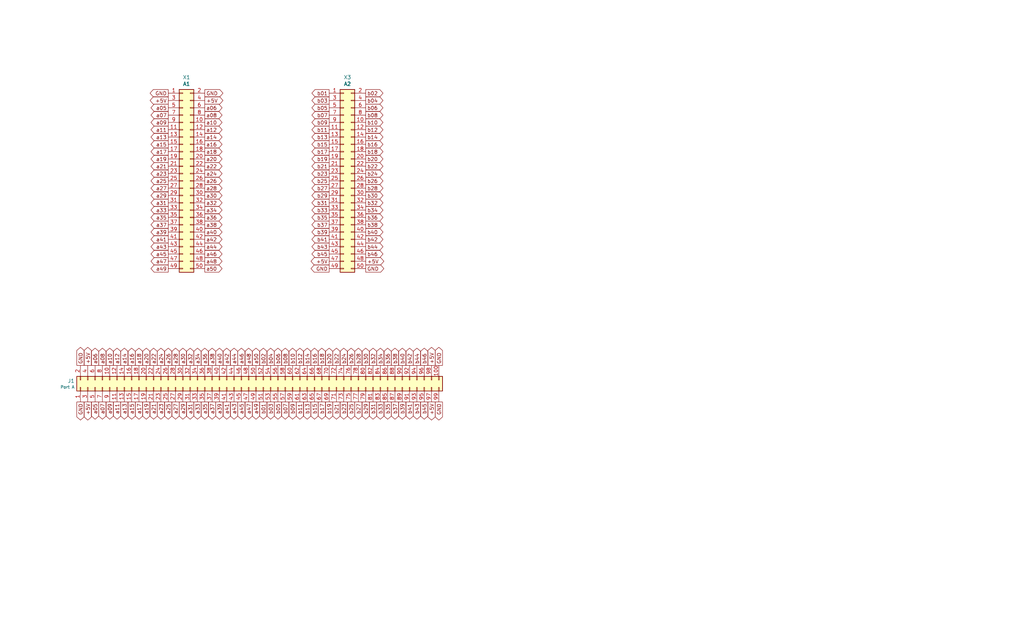
<source format=kicad_sch>
(kicad_sch (version 20230121) (generator eeschema)
  (paper "USLegal")
  (title_block (title "Backplane Tester Multiplexer Board") (rev "0.1"))
  (lib_symbols
    (symbol "Connector_Generic:Conn_02x25_Odd_Even" (pin_names (offset 1.016) hide)
      (property "Reference" "J" (at 1.27 33.02 0))
      (property "Value" "Conn_02x25_Odd_Even" (at 1.27 -33.02 0))
      (symbol "Conn_02x25_Odd_Even_1_1"
        (rectangle (start -1.27 -30.353) (end 0 -30.607) (stroke (width 0.1524)))
        (rectangle (start -1.27 -27.813) (end 0 -28.067) (stroke (width 0.1524)))
        (rectangle (start -1.27 -25.273) (end 0 -25.527) (stroke (width 0.1524)))
        (rectangle (start -1.27 -22.733) (end 0 -22.987) (stroke (width 0.1524)))
        (rectangle (start -1.27 -20.193) (end 0 -20.447) (stroke (width 0.1524)))
        (rectangle (start -1.27 -17.653) (end 0 -17.907) (stroke (width 0.1524)))
        (rectangle (start -1.27 -15.113) (end 0 -15.367) (stroke (width 0.1524)))
        (rectangle (start -1.27 -12.573) (end 0 -12.827) (stroke (width 0.1524)))
        (rectangle (start -1.27 -10.033) (end 0 -10.287) (stroke (width 0.1524)))
        (rectangle (start -1.27 -7.493) (end 0 -7.747) (stroke (width 0.1524)))
        (rectangle (start -1.27 -4.953) (end 0 -5.207) (stroke (width 0.1524)))
        (rectangle (start -1.27 -2.413) (end 0 -2.667) (stroke (width 0.1524)))
        (rectangle (start -1.27 0.127) (end 0 -0.127) (stroke (width 0.1524)))
        (rectangle (start -1.27 2.667) (end 0 2.413) (stroke (width 0.1524)))
        (rectangle (start -1.27 5.207) (end 0 4.953) (stroke (width 0.1524)))
        (rectangle (start -1.27 7.747) (end 0 7.493) (stroke (width 0.1524)))
        (rectangle (start -1.27 10.287) (end 0 10.033) (stroke (width 0.1524)))
        (rectangle (start -1.27 12.827) (end 0 12.573) (stroke (width 0.1524)))
        (rectangle (start -1.27 15.367) (end 0 15.113) (stroke (width 0.1524)))
        (rectangle (start -1.27 17.907) (end 0 17.653) (stroke (width 0.1524)))
        (rectangle (start -1.27 20.447) (end 0 20.193) (stroke (width 0.1524)))
        (rectangle (start -1.27 22.987) (end 0 22.733) (stroke (width 0.1524)))
        (rectangle (start -1.27 25.527) (end 0 25.273) (stroke (width 0.1524)))
        (rectangle (start -1.27 28.067) (end 0 27.813) (stroke (width 0.1524)))
        (rectangle (start -1.27 30.607) (end 0 30.353) (stroke (width 0.1524)))
        (rectangle (start -1.27 31.75) (end 3.81 -31.75) (stroke (width 0.254)) (fill (type background)))
        (rectangle (start 3.81 -30.353) (end 2.54 -30.607) (stroke (width 0.1524)))
        (rectangle (start 3.81 -27.813) (end 2.54 -28.067) (stroke (width 0.1524)))
        (rectangle (start 3.81 -25.273) (end 2.54 -25.527) (stroke (width 0.1524)))
        (rectangle (start 3.81 -22.733) (end 2.54 -22.987) (stroke (width 0.1524)))
        (rectangle (start 3.81 -20.193) (end 2.54 -20.447) (stroke (width 0.1524)))
        (rectangle (start 3.81 -17.653) (end 2.54 -17.907) (stroke (width 0.1524)))
        (rectangle (start 3.81 -15.113) (end 2.54 -15.367) (stroke (width 0.1524)))
        (rectangle (start 3.81 -12.573) (end 2.54 -12.827) (stroke (width 0.1524)))
        (rectangle (start 3.81 -10.033) (end 2.54 -10.287) (stroke (width 0.1524)))
        (rectangle (start 3.81 -7.493) (end 2.54 -7.747) (stroke (width 0.1524)))
        (rectangle (start 3.81 -4.953) (end 2.54 -5.207) (stroke (width 0.1524)))
        (rectangle (start 3.81 -2.413) (end 2.54 -2.667) (stroke (width 0.1524)))
        (rectangle (start 3.81 0.127) (end 2.54 -0.127) (stroke (width 0.1524)))
        (rectangle (start 3.81 2.667) (end 2.54 2.413) (stroke (width 0.1524)))
        (rectangle (start 3.81 5.207) (end 2.54 4.953) (stroke (width 0.1524)))
        (rectangle (start 3.81 7.747) (end 2.54 7.493) (stroke (width 0.1524)))
        (rectangle (start 3.81 10.287) (end 2.54 10.033) (stroke (width 0.1524)))
        (rectangle (start 3.81 12.827) (end 2.54 12.573) (stroke (width 0.1524)))
        (rectangle (start 3.81 15.367) (end 2.54 15.113) (stroke (width 0.1524)))
        (rectangle (start 3.81 17.907) (end 2.54 17.653) (stroke (width 0.1524)))
        (rectangle (start 3.81 20.447) (end 2.54 20.193) (stroke (width 0.1524)))
        (rectangle (start 3.81 22.987) (end 2.54 22.733) (stroke (width 0.1524)))
        (rectangle (start 3.81 25.527) (end 2.54 25.273) (stroke (width 0.1524)))
        (rectangle (start 3.81 28.067) (end 2.54 27.813) (stroke (width 0.1524)))
        (rectangle (start 3.81 30.607) (end 2.54 30.353) (stroke (width 0.1524)))
        (pin passive line (at -5.08 30.48 0) (length 3.81) (name "Pin_1") (number "1"))
        (pin passive line (at 7.62 20.32 180) (length 3.81) (name "Pin_10") (number "10"))
        (pin passive line (at -5.08 17.78 0) (length 3.81) (name "Pin_11") (number "11"))
        (pin passive line (at 7.62 17.78 180) (length 3.81) (name "Pin_12") (number "12"))
        (pin passive line (at -5.08 15.24 0) (length 3.81) (name "Pin_13") (number "13"))
        (pin passive line (at 7.62 15.24 180) (length 3.81) (name "Pin_14") (number "14"))
        (pin passive line (at -5.08 12.7 0) (length 3.81) (name "Pin_15") (number "15"))
        (pin passive line (at 7.62 12.7 180) (length 3.81) (name "Pin_16") (number "16"))
        (pin passive line (at -5.08 10.16 0) (length 3.81) (name "Pin_17") (number "17"))
        (pin passive line (at 7.62 10.16 180) (length 3.81) (name "Pin_18") (number "18"))
        (pin passive line (at -5.08 7.62 0) (length 3.81) (name "Pin_19") (number "19"))
        (pin passive line (at 7.62 30.48 180) (length 3.81) (name "Pin_2") (number "2"))
        (pin passive line (at 7.62 7.62 180) (length 3.81) (name "Pin_20") (number "20"))
        (pin passive line (at -5.08 5.08 0) (length 3.81) (name "Pin_21") (number "21"))
        (pin passive line (at 7.62 5.08 180) (length 3.81) (name "Pin_22") (number "22"))
        (pin passive line (at -5.08 2.54 0) (length 3.81) (name "Pin_23") (number "23"))
        (pin passive line (at 7.62 2.54 180) (length 3.81) (name "Pin_24") (number "24"))
        (pin passive line (at -5.08 0 0) (length 3.81) (name "Pin_25") (number "25"))
        (pin passive line (at 7.62 0 180) (length 3.81) (name "Pin_26") (number "26"))
        (pin passive line (at -5.08 -2.54 0) (length 3.81) (name "Pin_27") (number "27"))
        (pin passive line (at 7.62 -2.54 180) (length 3.81) (name "Pin_28") (number "28"))
        (pin passive line (at -5.08 -5.08 0) (length 3.81) (name "Pin_29") (number "29"))
        (pin passive line (at -5.08 27.94 0) (length 3.81) (name "Pin_3") (number "3"))
        (pin passive line (at 7.62 -5.08 180) (length 3.81) (name "Pin_30") (number "30"))
        (pin passive line (at -5.08 -7.62 0) (length 3.81) (name "Pin_31") (number "31"))
        (pin passive line (at 7.62 -7.62 180) (length 3.81) (name "Pin_32") (number "32"))
        (pin passive line (at -5.08 -10.16 0) (length 3.81) (name "Pin_33") (number "33"))
        (pin passive line (at 7.62 -10.16 180) (length 3.81) (name "Pin_34") (number "34"))
        (pin passive line (at -5.08 -12.7 0) (length 3.81) (name "Pin_35") (number "35"))
        (pin passive line (at 7.62 -12.7 180) (length 3.81) (name "Pin_36") (number "36"))
        (pin passive line (at -5.08 -15.24 0) (length 3.81) (name "Pin_37") (number "37"))
        (pin passive line (at 7.62 -15.24 180) (length 3.81) (name "Pin_38") (number "38"))
        (pin passive line (at -5.08 -17.78 0) (length 3.81) (name "Pin_39") (number "39"))
        (pin passive line (at 7.62 27.94 180) (length 3.81) (name "Pin_4") (number "4"))
        (pin passive line (at 7.62 -17.78 180) (length 3.81) (name "Pin_40") (number "40"))
        (pin passive line (at -5.08 -20.32 0) (length 3.81) (name "Pin_41") (number "41"))
        (pin passive line (at 7.62 -20.32 180) (length 3.81) (name "Pin_42") (number "42"))
        (pin passive line (at -5.08 -22.86 0) (length 3.81) (name "Pin_43") (number "43"))
        (pin passive line (at 7.62 -22.86 180) (length 3.81) (name "Pin_44") (number "44"))
        (pin passive line (at -5.08 -25.4 0) (length 3.81) (name "Pin_45") (number "45"))
        (pin passive line (at 7.62 -25.4 180) (length 3.81) (name "Pin_46") (number "46"))
        (pin passive line (at -5.08 -27.94 0) (length 3.81) (name "Pin_47") (number "47"))
        (pin passive line (at 7.62 -27.94 180) (length 3.81) (name "Pin_48") (number "48"))
        (pin passive line (at -5.08 -30.48 0) (length 3.81) (name "Pin_49") (number "49"))
        (pin passive line (at -5.08 25.4 0) (length 3.81) (name "Pin_5") (number "5"))
        (pin passive line (at 7.62 -30.48 180) (length 3.81) (name "Pin_50") (number "50"))
        (pin passive line (at 7.62 25.4 180) (length 3.81) (name "Pin_6") (number "6"))
        (pin passive line (at -5.08 22.86 0) (length 3.81) (name "Pin_7") (number "7"))
        (pin passive line (at 7.62 22.86 180) (length 3.81) (name "Pin_8") (number "8"))
        (pin passive line (at -5.08 20.32 0) (length 3.81) (name "Pin_9") (number "9"))
      )
    )
    (symbol "_local:Slot_02x50_Odd_Even" (pin_names (offset 1.016) hide)
      (property "Reference" "J" (at 1.27 63.5 0))
      (property "Value" "Slot_02x50_Odd_Even" (at 0 -66.04 0))
      (symbol "Slot_02x50_Odd_Even_1_1"
        (rectangle (start -1.27 -63.373) (end 0 -63.627) (stroke (width 0.1524)))
        (rectangle (start -1.27 -60.833) (end 0 -61.087) (stroke (width 0.1524)))
        (rectangle (start -1.27 -58.293) (end 0 -58.547) (stroke (width 0.1524)))
        (rectangle (start -1.27 -55.753) (end 0 -56.007) (stroke (width 0.1524)))
        (rectangle (start -1.27 -53.213) (end 0 -53.467) (stroke (width 0.1524)))
        (rectangle (start -1.27 -50.673) (end 0 -50.927) (stroke (width 0.1524)))
        (rectangle (start -1.27 -48.133) (end 0 -48.387) (stroke (width 0.1524)))
        (rectangle (start -1.27 -45.593) (end 0 -45.847) (stroke (width 0.1524)))
        (rectangle (start -1.27 -43.053) (end 0 -43.307) (stroke (width 0.1524)))
        (rectangle (start -1.27 -40.513) (end 0 -40.767) (stroke (width 0.1524)))
        (rectangle (start -1.27 -37.973) (end 0 -38.227) (stroke (width 0.1524)))
        (rectangle (start -1.27 -35.433) (end 0 -35.687) (stroke (width 0.1524)))
        (rectangle (start -1.27 -32.893) (end 0 -33.147) (stroke (width 0.1524)))
        (rectangle (start -1.27 -30.353) (end 0 -30.607) (stroke (width 0.1524)))
        (rectangle (start -1.27 -27.813) (end 0 -28.067) (stroke (width 0.1524)))
        (rectangle (start -1.27 -25.273) (end 0 -25.527) (stroke (width 0.1524)))
        (rectangle (start -1.27 -22.733) (end 0 -22.987) (stroke (width 0.1524)))
        (rectangle (start -1.27 -20.193) (end 0 -20.447) (stroke (width 0.1524)))
        (rectangle (start -1.27 -17.653) (end 0 -17.907) (stroke (width 0.1524)))
        (rectangle (start -1.27 -15.113) (end 0 -15.367) (stroke (width 0.1524)))
        (rectangle (start -1.27 -12.573) (end 0 -12.827) (stroke (width 0.1524)))
        (rectangle (start -1.27 -10.033) (end 0 -10.287) (stroke (width 0.1524)))
        (rectangle (start -1.27 -7.493) (end 0 -7.747) (stroke (width 0.1524)))
        (rectangle (start -1.27 -4.953) (end 0 -5.207) (stroke (width 0.1524)))
        (rectangle (start -1.27 -2.413) (end 0 -2.667) (stroke (width 0.1524)))
        (rectangle (start -1.27 0.127) (end 0 -0.127) (stroke (width 0.1524)))
        (rectangle (start -1.27 2.667) (end 0 2.413) (stroke (width 0.1524)))
        (rectangle (start -1.27 5.207) (end 0 4.953) (stroke (width 0.1524)))
        (rectangle (start -1.27 7.747) (end 0 7.493) (stroke (width 0.1524)))
        (rectangle (start -1.27 10.287) (end 0 10.033) (stroke (width 0.1524)))
        (rectangle (start -1.27 12.827) (end 0 12.573) (stroke (width 0.1524)))
        (rectangle (start -1.27 15.367) (end 0 15.113) (stroke (width 0.1524)))
        (rectangle (start -1.27 17.907) (end 0 17.653) (stroke (width 0.1524)))
        (rectangle (start -1.27 20.447) (end 0 20.193) (stroke (width 0.1524)))
        (rectangle (start -1.27 22.987) (end 0 22.733) (stroke (width 0.1524)))
        (rectangle (start -1.27 25.527) (end 0 25.273) (stroke (width 0.1524)))
        (rectangle (start -1.27 28.067) (end 0 27.813) (stroke (width 0.1524)))
        (rectangle (start -1.27 30.607) (end 0 30.353) (stroke (width 0.1524)))
        (rectangle (start -1.27 33.147) (end 0 32.893) (stroke (width 0.1524)))
        (rectangle (start -1.27 35.687) (end 0 35.433) (stroke (width 0.1524)))
        (rectangle (start -1.27 38.227) (end 0 37.973) (stroke (width 0.1524)))
        (rectangle (start -1.27 40.767) (end 0 40.513) (stroke (width 0.1524)))
        (rectangle (start -1.27 43.307) (end 0 43.053) (stroke (width 0.1524)))
        (rectangle (start -1.27 45.847) (end 0 45.593) (stroke (width 0.1524)))
        (rectangle (start -1.27 48.387) (end 0 48.133) (stroke (width 0.1524)))
        (rectangle (start -1.27 50.927) (end 0 50.673) (stroke (width 0.1524)))
        (rectangle (start -1.27 53.467) (end 0 53.213) (stroke (width 0.1524)))
        (rectangle (start -1.27 56.007) (end 0 55.753) (stroke (width 0.1524)))
        (rectangle (start -1.27 58.547) (end 0 58.293) (stroke (width 0.1524)))
        (rectangle (start -1.27 61.087) (end 0 60.833) (stroke (width 0.1524)))
        (rectangle (start -1.27 62.23) (end 3.81 -64.77) (stroke (width 0.254)) (fill (type background)))
        (rectangle (start 3.81 -63.373) (end 2.54 -63.627) (stroke (width 0.1524)))
        (rectangle (start 3.81 -60.833) (end 2.54 -61.087) (stroke (width 0.1524)))
        (rectangle (start 3.81 -58.293) (end 2.54 -58.547) (stroke (width 0.1524)))
        (rectangle (start 3.81 -55.753) (end 2.54 -56.007) (stroke (width 0.1524)))
        (rectangle (start 3.81 -53.213) (end 2.54 -53.467) (stroke (width 0.1524)))
        (rectangle (start 3.81 -50.673) (end 2.54 -50.927) (stroke (width 0.1524)))
        (rectangle (start 3.81 -48.133) (end 2.54 -48.387) (stroke (width 0.1524)))
        (rectangle (start 3.81 -45.593) (end 2.54 -45.847) (stroke (width 0.1524)))
        (rectangle (start 3.81 -43.053) (end 2.54 -43.307) (stroke (width 0.1524)))
        (rectangle (start 3.81 -40.513) (end 2.54 -40.767) (stroke (width 0.1524)))
        (rectangle (start 3.81 -37.973) (end 2.54 -38.227) (stroke (width 0.1524)))
        (rectangle (start 3.81 -35.433) (end 2.54 -35.687) (stroke (width 0.1524)))
        (rectangle (start 3.81 -32.893) (end 2.54 -33.147) (stroke (width 0.1524)))
        (rectangle (start 3.81 -30.353) (end 2.54 -30.607) (stroke (width 0.1524)))
        (rectangle (start 3.81 -27.813) (end 2.54 -28.067) (stroke (width 0.1524)))
        (rectangle (start 3.81 -25.273) (end 2.54 -25.527) (stroke (width 0.1524)))
        (rectangle (start 3.81 -22.733) (end 2.54 -22.987) (stroke (width 0.1524)))
        (rectangle (start 3.81 -20.193) (end 2.54 -20.447) (stroke (width 0.1524)))
        (rectangle (start 3.81 -17.653) (end 2.54 -17.907) (stroke (width 0.1524)))
        (rectangle (start 3.81 -15.113) (end 2.54 -15.367) (stroke (width 0.1524)))
        (rectangle (start 3.81 -12.573) (end 2.54 -12.827) (stroke (width 0.1524)))
        (rectangle (start 3.81 -10.033) (end 2.54 -10.287) (stroke (width 0.1524)))
        (rectangle (start 3.81 -7.493) (end 2.54 -7.747) (stroke (width 0.1524)))
        (rectangle (start 3.81 -4.953) (end 2.54 -5.207) (stroke (width 0.1524)))
        (rectangle (start 3.81 -2.413) (end 2.54 -2.667) (stroke (width 0.1524)))
        (rectangle (start 3.81 0.127) (end 2.54 -0.127) (stroke (width 0.1524)))
        (rectangle (start 3.81 2.667) (end 2.54 2.413) (stroke (width 0.1524)))
        (rectangle (start 3.81 5.207) (end 2.54 4.953) (stroke (width 0.1524)))
        (rectangle (start 3.81 7.747) (end 2.54 7.493) (stroke (width 0.1524)))
        (rectangle (start 3.81 10.287) (end 2.54 10.033) (stroke (width 0.1524)))
        (rectangle (start 3.81 12.827) (end 2.54 12.573) (stroke (width 0.1524)))
        (rectangle (start 3.81 15.367) (end 2.54 15.113) (stroke (width 0.1524)))
        (rectangle (start 3.81 17.907) (end 2.54 17.653) (stroke (width 0.1524)))
        (rectangle (start 3.81 20.447) (end 2.54 20.193) (stroke (width 0.1524)))
        (rectangle (start 3.81 22.987) (end 2.54 22.733) (stroke (width 0.1524)))
        (rectangle (start 3.81 25.527) (end 2.54 25.273) (stroke (width 0.1524)))
        (rectangle (start 3.81 28.067) (end 2.54 27.813) (stroke (width 0.1524)))
        (rectangle (start 3.81 30.607) (end 2.54 30.353) (stroke (width 0.1524)))
        (rectangle (start 3.81 33.147) (end 2.54 32.893) (stroke (width 0.1524)))
        (rectangle (start 3.81 35.687) (end 2.54 35.433) (stroke (width 0.1524)))
        (rectangle (start 3.81 38.227) (end 2.54 37.973) (stroke (width 0.1524)))
        (rectangle (start 3.81 40.767) (end 2.54 40.513) (stroke (width 0.1524)))
        (rectangle (start 3.81 43.307) (end 2.54 43.053) (stroke (width 0.1524)))
        (rectangle (start 3.81 45.847) (end 2.54 45.593) (stroke (width 0.1524)))
        (rectangle (start 3.81 48.387) (end 2.54 48.133) (stroke (width 0.1524)))
        (rectangle (start 3.81 50.927) (end 2.54 50.673) (stroke (width 0.1524)))
        (rectangle (start 3.81 53.467) (end 2.54 53.213) (stroke (width 0.1524)))
        (rectangle (start 3.81 56.007) (end 2.54 55.753) (stroke (width 0.1524)))
        (rectangle (start 3.81 58.547) (end 2.54 58.293) (stroke (width 0.1524)))
        (rectangle (start 3.81 61.087) (end 2.54 60.833) (stroke (width 0.1524)))
        (pin passive line (at -5.08 60.96 0) (length 3.81) (name "Pin_1") (number "1"))
        (pin passive line (at 7.62 50.8 180) (length 3.81) (name "Pin_10") (number "10"))
        (pin passive line (at 7.62 -63.5 180) (length 3.81) (name "Pin_100") (number "100"))
        (pin passive line (at -5.08 48.26 0) (length 3.81) (name "Pin_11") (number "11"))
        (pin passive line (at 7.62 48.26 180) (length 3.81) (name "Pin_12") (number "12"))
        (pin passive line (at -5.08 45.72 0) (length 3.81) (name "Pin_13") (number "13"))
        (pin passive line (at 7.62 45.72 180) (length 3.81) (name "Pin_14") (number "14"))
        (pin passive line (at -5.08 43.18 0) (length 3.81) (name "Pin_15") (number "15"))
        (pin passive line (at 7.62 43.18 180) (length 3.81) (name "Pin_16") (number "16"))
        (pin passive line (at -5.08 40.64 0) (length 3.81) (name "Pin_17") (number "17"))
        (pin passive line (at 7.62 40.64 180) (length 3.81) (name "Pin_18") (number "18"))
        (pin passive line (at -5.08 38.1 0) (length 3.81) (name "Pin_19") (number "19"))
        (pin passive line (at 7.62 60.96 180) (length 3.81) (name "Pin_2") (number "2"))
        (pin passive line (at 7.62 38.1 180) (length 3.81) (name "Pin_20") (number "20"))
        (pin passive line (at -5.08 35.56 0) (length 3.81) (name "Pin_21") (number "21"))
        (pin passive line (at 7.62 35.56 180) (length 3.81) (name "Pin_22") (number "22"))
        (pin passive line (at -5.08 33.02 0) (length 3.81) (name "Pin_23") (number "23"))
        (pin passive line (at 7.62 33.02 180) (length 3.81) (name "Pin_24") (number "24"))
        (pin passive line (at -5.08 30.48 0) (length 3.81) (name "Pin_25") (number "25"))
        (pin passive line (at 7.62 30.48 180) (length 3.81) (name "Pin_26") (number "26"))
        (pin passive line (at -5.08 27.94 0) (length 3.81) (name "Pin_27") (number "27"))
        (pin passive line (at 7.62 27.94 180) (length 3.81) (name "Pin_28") (number "28"))
        (pin passive line (at -5.08 25.4 0) (length 3.81) (name "Pin_29") (number "29"))
        (pin passive line (at -5.08 58.42 0) (length 3.81) (name "Pin_3") (number "3"))
        (pin passive line (at 7.62 25.4 180) (length 3.81) (name "Pin_30") (number "30"))
        (pin passive line (at -5.08 22.86 0) (length 3.81) (name "Pin_31") (number "31"))
        (pin passive line (at 7.62 22.86 180) (length 3.81) (name "Pin_32") (number "32"))
        (pin passive line (at -5.08 20.32 0) (length 3.81) (name "Pin_33") (number "33"))
        (pin passive line (at 7.62 20.32 180) (length 3.81) (name "Pin_34") (number "34"))
        (pin passive line (at -5.08 17.78 0) (length 3.81) (name "Pin_35") (number "35"))
        (pin passive line (at 7.62 17.78 180) (length 3.81) (name "Pin_36") (number "36"))
        (pin passive line (at -5.08 15.24 0) (length 3.81) (name "Pin_37") (number "37"))
        (pin passive line (at 7.62 15.24 180) (length 3.81) (name "Pin_38") (number "38"))
        (pin passive line (at -5.08 12.7 0) (length 3.81) (name "Pin_39") (number "39"))
        (pin passive line (at 7.62 58.42 180) (length 3.81) (name "Pin_4") (number "4"))
        (pin passive line (at 7.62 12.7 180) (length 3.81) (name "Pin_40") (number "40"))
        (pin passive line (at -5.08 10.16 0) (length 3.81) (name "Pin_41") (number "41"))
        (pin passive line (at 7.62 10.16 180) (length 3.81) (name "Pin_42") (number "42"))
        (pin passive line (at -5.08 7.62 0) (length 3.81) (name "Pin_43") (number "43"))
        (pin passive line (at 7.62 7.62 180) (length 3.81) (name "Pin_44") (number "44"))
        (pin passive line (at -5.08 5.08 0) (length 3.81) (name "Pin_45") (number "45"))
        (pin passive line (at 7.62 5.08 180) (length 3.81) (name "Pin_46") (number "46"))
        (pin passive line (at -5.08 2.54 0) (length 3.81) (name "Pin_47") (number "47"))
        (pin passive line (at 7.62 2.54 180) (length 3.81) (name "Pin_48") (number "48"))
        (pin passive line (at -5.08 0 0) (length 3.81) (name "Pin_49") (number "49"))
        (pin passive line (at -5.08 55.88 0) (length 3.81) (name "Pin_5") (number "5"))
        (pin passive line (at 7.62 0 180) (length 3.81) (name "Pin_50") (number "50"))
        (pin passive line (at -5.08 -2.54 0) (length 3.81) (name "Pin_51") (number "51"))
        (pin passive line (at 7.62 -2.54 180) (length 3.81) (name "Pin_52") (number "52"))
        (pin passive line (at -5.08 -5.08 0) (length 3.81) (name "Pin_53") (number "53"))
        (pin passive line (at 7.62 -5.08 180) (length 3.81) (name "Pin_54") (number "54"))
        (pin passive line (at -5.08 -7.62 0) (length 3.81) (name "Pin_55") (number "55"))
        (pin passive line (at 7.62 -7.62 180) (length 3.81) (name "Pin_56") (number "56"))
        (pin passive line (at -5.08 -10.16 0) (length 3.81) (name "Pin_57") (number "57"))
        (pin passive line (at 7.62 -10.16 180) (length 3.81) (name "Pin_58") (number "58"))
        (pin passive line (at -5.08 -12.7 0) (length 3.81) (name "Pin_59") (number "59"))
        (pin passive line (at 7.62 55.88 180) (length 3.81) (name "Pin_6") (number "6"))
        (pin passive line (at 7.62 -12.7 180) (length 3.81) (name "Pin_60") (number "60"))
        (pin passive line (at -5.08 -15.24 0) (length 3.81) (name "Pin_61") (number "61"))
        (pin passive line (at 7.62 -15.24 180) (length 3.81) (name "Pin_62") (number "62"))
        (pin passive line (at -5.08 -17.78 0) (length 3.81) (name "Pin_63") (number "63"))
        (pin passive line (at 7.62 -17.78 180) (length 3.81) (name "Pin_64") (number "64"))
        (pin passive line (at -5.08 -20.32 0) (length 3.81) (name "Pin_65") (number "65"))
        (pin passive line (at 7.62 -20.32 180) (length 3.81) (name "Pin_66") (number "66"))
        (pin passive line (at -5.08 -22.86 0) (length 3.81) (name "Pin_67") (number "67"))
        (pin passive line (at 7.62 -22.86 180) (length 3.81) (name "Pin_68") (number "68"))
        (pin passive line (at -5.08 -25.4 0) (length 3.81) (name "Pin_69") (number "69"))
        (pin passive line (at -5.08 53.34 0) (length 3.81) (name "Pin_7") (number "7"))
        (pin passive line (at 7.62 -25.4 180) (length 3.81) (name "Pin_70") (number "70"))
        (pin passive line (at -5.08 -27.94 0) (length 3.81) (name "Pin_71") (number "71"))
        (pin passive line (at 7.62 -27.94 180) (length 3.81) (name "Pin_72") (number "72"))
        (pin passive line (at -5.08 -30.48 0) (length 3.81) (name "Pin_73") (number "73"))
        (pin passive line (at 7.62 -30.48 180) (length 3.81) (name "Pin_74") (number "74"))
        (pin passive line (at -5.08 -33.02 0) (length 3.81) (name "Pin_75") (number "75"))
        (pin passive line (at 7.62 -33.02 180) (length 3.81) (name "Pin_76") (number "76"))
        (pin passive line (at -5.08 -35.56 0) (length 3.81) (name "Pin_77") (number "77"))
        (pin passive line (at 7.62 -35.56 180) (length 3.81) (name "Pin_78") (number "78"))
        (pin passive line (at -5.08 -38.1 0) (length 3.81) (name "Pin_79") (number "79"))
        (pin passive line (at 7.62 53.34 180) (length 3.81) (name "Pin_8") (number "8"))
        (pin passive line (at 7.62 -38.1 180) (length 3.81) (name "Pin_80") (number "80"))
        (pin passive line (at -5.08 -40.64 0) (length 3.81) (name "Pin_81") (number "81"))
        (pin passive line (at 7.62 -40.64 180) (length 3.81) (name "Pin_82") (number "82"))
        (pin passive line (at -5.08 -43.18 0) (length 3.81) (name "Pin_83") (number "83"))
        (pin passive line (at 7.62 -43.18 180) (length 3.81) (name "Pin_84") (number "84"))
        (pin passive line (at -5.08 -45.72 0) (length 3.81) (name "Pin_85") (number "85"))
        (pin passive line (at 7.62 -45.72 180) (length 3.81) (name "Pin_86") (number "86"))
        (pin passive line (at -5.08 -48.26 0) (length 3.81) (name "Pin_87") (number "87"))
        (pin passive line (at 7.62 -48.26 180) (length 3.81) (name "Pin_88") (number "88"))
        (pin passive line (at -5.08 -50.8 0) (length 3.81) (name "Pin_89") (number "89"))
        (pin passive line (at -5.08 50.8 0) (length 3.81) (name "Pin_9") (number "9"))
        (pin passive line (at 7.62 -50.8 180) (length 3.81) (name "Pin_90") (number "90"))
        (pin passive line (at -5.08 -53.34 0) (length 3.81) (name "Pin_91") (number "91"))
        (pin passive line (at 7.62 -53.34 180) (length 3.81) (name "Pin_92") (number "92"))
        (pin passive line (at -5.08 -55.88 0) (length 3.81) (name "Pin_93") (number "93"))
        (pin passive line (at 7.62 -55.88 180) (length 3.81) (name "Pin_94") (number "94"))
        (pin passive line (at -5.08 -58.42 0) (length 3.81) (name "Pin_95") (number "95"))
        (pin passive line (at 7.62 -58.42 180) (length 3.81) (name "Pin_96") (number "96"))
        (pin passive line (at -5.08 -60.96 0) (length 3.81) (name "Pin_69") (number "97"))
        (pin passive line (at 7.62 -60.96 180) (length 3.81) (name "Pin_98") (number "98"))
        (pin passive line (at -5.08 -63.5 0) (length 3.81) (name "Pin_99") (number "99"))
      )
    )
  )
  (no_connect (at 375.92 241.3))
  (global_label "a33" (shape output) (at 68.58 139.7 270) (property "Intersheetrefs" "${INTERSHEET_REFS}" (effects hide)))
  (global_label "b42" (shape output) (at 127 83.185 0) (property "Intersheetrefs" "${INTERSHEET_REFS}" (effects hide)))
  (global_label "a17" (shape output) (at 58.42 52.705 180) (property "Intersheetrefs" "${INTERSHEET_REFS}" (effects hide)))
  (global_label "b38" (shape output) (at 127 78.105 0) (property "Intersheetrefs" "${INTERSHEET_REFS}" (effects hide)))
  (global_label "b32" (shape output) (at 129.54 127 90) (property "Intersheetrefs" "${INTERSHEET_REFS}" (effects hide)))
  (global_label "b13" (shape output) (at 114.3 47.625 180) (property "Intersheetrefs" "${INTERSHEET_REFS}" (effects hide)))
  (global_label "b05" (shape output) (at 96.52 139.7 270) (property "Intersheetrefs" "${INTERSHEET_REFS}" (effects hide)))
  (global_label "a07" (shape output) (at 58.42 40.005 180) (property "Intersheetrefs" "${INTERSHEET_REFS}" (effects hide)))
  (global_label "b07" (shape output) (at 114.3 40.005 180) (property "Intersheetrefs" "${INTERSHEET_REFS}" (effects hide)))
  (global_label "a47" (shape output) (at 86.36 139.7 270) (property "Intersheetrefs" "${INTERSHEET_REFS}" (effects hide)))
  (global_label "a48" (shape output) (at 86.36 127 90) (property "Intersheetrefs" "${INTERSHEET_REFS}" (effects hide)))
  (global_label "GND" (shape output) (at 71.12 32.385 0) (property "Intersheetrefs" "${INTERSHEET_REFS}" (effects hide)))
  (global_label "b33" (shape output) (at 132.08 139.7 270) (property "Intersheetrefs" "${INTERSHEET_REFS}" (effects hide)))
  (global_label "b46" (shape output) (at 127 88.265 0) (property "Intersheetrefs" "${INTERSHEET_REFS}" (effects hide)))
  (global_label "a16" (shape output) (at 71.12 50.165 0) (property "Intersheetrefs" "${INTERSHEET_REFS}" (effects hide)))
  (global_label "b04" (shape output) (at 93.98 127 90) (property "Intersheetrefs" "${INTERSHEET_REFS}" (effects hide)))
  (global_label "b39" (shape output) (at 139.7 139.7 270) (property "Intersheetrefs" "${INTERSHEET_REFS}" (effects hide)))
  (global_label "a42" (shape output) (at 71.12 83.185 0) (property "Intersheetrefs" "${INTERSHEET_REFS}" (effects hide)))
  (global_label "a43" (shape output) (at 81.28 139.7 270) (property "Intersheetrefs" "${INTERSHEET_REFS}" (effects hide)))
  (global_label "a09" (shape output) (at 38.1 139.7 270) (property "Intersheetrefs" "${INTERSHEET_REFS}" (effects hide)))
  (global_label "a29" (shape output) (at 58.42 67.945 180) (property "Intersheetrefs" "${INTERSHEET_REFS}" (effects hide)))
  (global_label "b41" (shape output) (at 114.3 83.185 180) (property "Intersheetrefs" "${INTERSHEET_REFS}" (effects hide)))
  (global_label "+5V" (shape output) (at 149.86 127 90) (property "Intersheetrefs" "${INTERSHEET_REFS}" (effects hide)))
  (global_label "a11" (shape output) (at 58.42 45.085 180) (property "Intersheetrefs" "${INTERSHEET_REFS}" (effects hide)))
  (global_label "a45" (shape output) (at 58.42 88.265 180) (property "Intersheetrefs" "${INTERSHEET_REFS}" (effects hide)))
  (global_label "GND" (shape output) (at 27.94 127 90) (property "Intersheetrefs" "${INTERSHEET_REFS}" (effects hide)))
  (global_label "b19" (shape output) (at 114.3 139.7 270) (property "Intersheetrefs" "${INTERSHEET_REFS}" (effects hide)))
  (global_label "b29" (shape output) (at 127 139.7 270) (property "Intersheetrefs" "${INTERSHEET_REFS}" (effects hide)))
  (global_label "a17" (shape output) (at 48.26 139.7 270) (property "Intersheetrefs" "${INTERSHEET_REFS}" (effects hide)))
  (global_label "b11" (shape output) (at 104.14 139.7 270) (property "Intersheetrefs" "${INTERSHEET_REFS}" (effects hide)))
  (global_label "a34" (shape output) (at 68.58 127 90) (property "Intersheetrefs" "${INTERSHEET_REFS}" (effects hide)))
  (global_label "a48" (shape output) (at 71.12 90.805 0) (property "Intersheetrefs" "${INTERSHEET_REFS}" (effects hide)))
  (global_label "b20" (shape output) (at 127 55.245 0) (property "Intersheetrefs" "${INTERSHEET_REFS}" (effects hide)))
  (global_label "b45" (shape output) (at 114.3 88.265 180) (property "Intersheetrefs" "${INTERSHEET_REFS}" (effects hide)))
  (global_label "b38" (shape output) (at 137.16 127 90) (property "Intersheetrefs" "${INTERSHEET_REFS}" (effects hide)))
  (global_label "a39" (shape output) (at 76.2 139.7 270) (property "Intersheetrefs" "${INTERSHEET_REFS}" (effects hide)))
  (global_label "b23" (shape output) (at 114.3 60.325 180) (property "Intersheetrefs" "${INTERSHEET_REFS}" (effects hide)))
  (global_label "a08" (shape output) (at 35.56 127 90) (property "Intersheetrefs" "${INTERSHEET_REFS}" (effects hide)))
  (global_label "a26" (shape output) (at 71.12 62.865 0) (property "Intersheetrefs" "${INTERSHEET_REFS}" (effects hide)))
  (global_label "b31" (shape output) (at 129.54 139.7 270) (property "Intersheetrefs" "${INTERSHEET_REFS}" (effects hide)))
  (global_label "a38" (shape output) (at 71.12 78.105 0) (property "Intersheetrefs" "${INTERSHEET_REFS}" (effects hide)))
  (global_label "a14" (shape output) (at 43.18 127 90) (property "Intersheetrefs" "${INTERSHEET_REFS}" (effects hide)))
  (global_label "a42" (shape output) (at 78.74 127 90) (property "Intersheetrefs" "${INTERSHEET_REFS}" (effects hide)))
  (global_label "b21" (shape output) (at 116.84 139.7 270) (property "Intersheetrefs" "${INTERSHEET_REFS}" (effects hide)))
  (global_label "a05" (shape output) (at 33.02 139.7 270) (property "Intersheetrefs" "${INTERSHEET_REFS}" (effects hide)))
  (global_label "b44" (shape output) (at 127 85.725 0) (property "Intersheetrefs" "${INTERSHEET_REFS}" (effects hide)))
  (global_label "b18" (shape output) (at 111.76 127 90) (property "Intersheetrefs" "${INTERSHEET_REFS}" (effects hide)))
  (global_label "a36" (shape output) (at 71.12 127 90) (property "Intersheetrefs" "${INTERSHEET_REFS}" (effects hide)))
  (global_label "b27" (shape output) (at 124.46 139.7 270) (property "Intersheetrefs" "${INTERSHEET_REFS}" (effects hide)))
  (global_label "b01" (shape output) (at 114.3 32.385 180) (property "Intersheetrefs" "${INTERSHEET_REFS}" (effects hide)))
  (global_label "+5V" (shape output) (at 30.48 127 90) (property "Intersheetrefs" "${INTERSHEET_REFS}" (effects hide)))
  (global_label "a41" (shape output) (at 58.42 83.185 180) (property "Intersheetrefs" "${INTERSHEET_REFS}" (effects hide)))
  (global_label "a22" (shape output) (at 71.12 57.785 0) (property "Intersheetrefs" "${INTERSHEET_REFS}" (effects hide)))
  (global_label "a25" (shape output) (at 58.42 139.7 270) (property "Intersheetrefs" "${INTERSHEET_REFS}" (effects hide)))
  (global_label "a33" (shape output) (at 58.42 73.025 180) (property "Intersheetrefs" "${INTERSHEET_REFS}" (effects hide)))
  (global_label "b24" (shape output) (at 127 60.325 0) (property "Intersheetrefs" "${INTERSHEET_REFS}" (effects hide)))
  (global_label "a23" (shape output) (at 58.42 60.325 180) (property "Intersheetrefs" "${INTERSHEET_REFS}" (effects hide)))
  (global_label "b43" (shape output) (at 114.3 85.725 180) (property "Intersheetrefs" "${INTERSHEET_REFS}" (effects hide)))
  (global_label "b03" (shape output) (at 93.98 139.7 270) (property "Intersheetrefs" "${INTERSHEET_REFS}" (effects hide)))
  (global_label "a28" (shape output) (at 71.12 65.405 0) (property "Intersheetrefs" "${INTERSHEET_REFS}" (effects hide)))
  (global_label "GND" (shape output) (at 58.42 32.385 180) (property "Intersheetrefs" "${INTERSHEET_REFS}" (effects hide)))
  (global_label "b34" (shape output) (at 127 73.025 0) (property "Intersheetrefs" "${INTERSHEET_REFS}" (effects hide)))
  (global_label "b23" (shape output) (at 119.38 139.7 270) (property "Intersheetrefs" "${INTERSHEET_REFS}" (effects hide)))
  (global_label "a43" (shape output) (at 58.42 85.725 180) (property "Intersheetrefs" "${INTERSHEET_REFS}" (effects hide)))
  (global_label "b03" (shape output) (at 114.3 34.925 180) (property "Intersheetrefs" "${INTERSHEET_REFS}" (effects hide)))
  (global_label "a06" (shape output) (at 71.12 37.465 0) (property "Intersheetrefs" "${INTERSHEET_REFS}" (effects hide)))
  (global_label "a32" (shape output) (at 66.04 127 90) (property "Intersheetrefs" "${INTERSHEET_REFS}" (effects hide)))
  (global_label "a37" (shape output) (at 58.42 78.105 180) (property "Intersheetrefs" "${INTERSHEET_REFS}" (effects hide)))
  (global_label "a45" (shape output) (at 83.82 139.7 270) (property "Intersheetrefs" "${INTERSHEET_REFS}" (effects hide)))
  (global_label "b40" (shape output) (at 139.7 127 90) (property "Intersheetrefs" "${INTERSHEET_REFS}" (effects hide)))
  (global_label "a46" (shape output) (at 83.82 127 90) (property "Intersheetrefs" "${INTERSHEET_REFS}" (effects hide)))
  (global_label "b17" (shape output) (at 111.76 139.7 270) (property "Intersheetrefs" "${INTERSHEET_REFS}" (effects hide)))
  (global_label "b37" (shape output) (at 137.16 139.7 270) (property "Intersheetrefs" "${INTERSHEET_REFS}" (effects hide)))
  (global_label "a16" (shape output) (at 45.72 127 90) (property "Intersheetrefs" "${INTERSHEET_REFS}" (effects hide)))
  (global_label "a12" (shape output) (at 40.64 127 90) (property "Intersheetrefs" "${INTERSHEET_REFS}" (effects hide)))
  (global_label "a20" (shape output) (at 71.12 55.245 0) (property "Intersheetrefs" "${INTERSHEET_REFS}" (effects hide)))
  (global_label "b17" (shape output) (at 114.3 52.705 180) (property "Intersheetrefs" "${INTERSHEET_REFS}" (effects hide)))
  (global_label "b31" (shape output) (at 114.3 70.485 180) (property "Intersheetrefs" "${INTERSHEET_REFS}" (effects hide)))
  (global_label "a26" (shape output) (at 58.42 127 90) (property "Intersheetrefs" "${INTERSHEET_REFS}" (effects hide)))
  (global_label "a10" (shape output) (at 71.12 42.545 0) (property "Intersheetrefs" "${INTERSHEET_REFS}" (effects hide)))
  (global_label "+5V" (shape output) (at 58.42 34.925 180) (property "Intersheetrefs" "${INTERSHEET_REFS}" (effects hide)))
  (global_label "b11" (shape output) (at 114.3 45.085 180) (property "Intersheetrefs" "${INTERSHEET_REFS}" (effects hide)))
  (global_label "a21" (shape output) (at 58.42 57.785 180) (property "Intersheetrefs" "${INTERSHEET_REFS}" (effects hide)))
  (global_label "b06" (shape output) (at 96.52 127 90) (property "Intersheetrefs" "${INTERSHEET_REFS}" (effects hide)))
  (global_label "a47" (shape output) (at 58.42 90.805 180) (property "Intersheetrefs" "${INTERSHEET_REFS}" (effects hide)))
  (global_label "b08" (shape output) (at 127 40.005 0) (property "Intersheetrefs" "${INTERSHEET_REFS}" (effects hide)))
  (global_label "b24" (shape output) (at 119.38 127 90) (property "Intersheetrefs" "${INTERSHEET_REFS}" (effects hide)))
  (global_label "b20" (shape output) (at 114.3 127 90) (property "Intersheetrefs" "${INTERSHEET_REFS}" (effects hide)))
  (global_label "a15" (shape output) (at 45.72 139.7 270) (property "Intersheetrefs" "${INTERSHEET_REFS}" (effects hide)))
  (global_label "b21" (shape output) (at 114.3 57.785 180) (property "Intersheetrefs" "${INTERSHEET_REFS}" (effects hide)))
  (global_label "b30" (shape output) (at 127 67.945 0) (property "Intersheetrefs" "${INTERSHEET_REFS}" (effects hide)))
  (global_label "b22" (shape output) (at 127 57.785 0) (property "Intersheetrefs" "${INTERSHEET_REFS}" (effects hide)))
  (global_label "b41" (shape output) (at 142.24 139.7 270) (property "Intersheetrefs" "${INTERSHEET_REFS}" (effects hide)))
  (global_label "a18" (shape output) (at 71.12 52.705 0) (property "Intersheetrefs" "${INTERSHEET_REFS}" (effects hide)))
  (global_label "a09" (shape output) (at 58.42 42.545 180) (property "Intersheetrefs" "${INTERSHEET_REFS}" (effects hide)))
  (global_label "b28" (shape output) (at 124.46 127 90) (property "Intersheetrefs" "${INTERSHEET_REFS}" (effects hide)))
  (global_label "a18" (shape output) (at 48.26 127 90) (property "Intersheetrefs" "${INTERSHEET_REFS}" (effects hide)))
  (global_label "a36" (shape output) (at 71.12 75.565 0) (property "Intersheetrefs" "${INTERSHEET_REFS}" (effects hide)))
  (global_label "a08" (shape output) (at 71.12 40.005 0) (property "Intersheetrefs" "${INTERSHEET_REFS}" (effects hide)))
  (global_label "a44" (shape output) (at 71.12 85.725 0) (property "Intersheetrefs" "${INTERSHEET_REFS}" (effects hide)))
  (global_label "a20" (shape output) (at 50.8 127 90) (property "Intersheetrefs" "${INTERSHEET_REFS}" (effects hide)))
  (global_label "a10" (shape output) (at 38.1 127 90) (property "Intersheetrefs" "${INTERSHEET_REFS}" (effects hide)))
  (global_label "b36" (shape output) (at 127 75.565 0) (property "Intersheetrefs" "${INTERSHEET_REFS}" (effects hide)))
  (global_label "b12" (shape output) (at 127 45.085 0) (property "Intersheetrefs" "${INTERSHEET_REFS}" (effects hide)))
  (global_label "b09" (shape output) (at 101.6 139.7 270) (property "Intersheetrefs" "${INTERSHEET_REFS}" (effects hide)))
  (global_label "+5V" (shape output) (at 30.48 139.7 270) (property "Intersheetrefs" "${INTERSHEET_REFS}" (effects hide)))
  (global_label "GND" (shape output) (at 152.4 139.7 270) (property "Intersheetrefs" "${INTERSHEET_REFS}" (effects hide)))
  (global_label "b43" (shape output) (at 144.78 139.7 270) (property "Intersheetrefs" "${INTERSHEET_REFS}" (effects hide)))
  (global_label "a49" (shape output) (at 58.42 93.345 180) (property "Intersheetrefs" "${INTERSHEET_REFS}" (effects hide)))
  (global_label "a22" (shape output) (at 53.34 127 90) (property "Intersheetrefs" "${INTERSHEET_REFS}" (effects hide)))
  (global_label "a05" (shape output) (at 58.42 37.465 180) (property "Intersheetrefs" "${INTERSHEET_REFS}" (effects hide)))
  (global_label "b42" (shape output) (at 142.24 127 90) (property "Intersheetrefs" "${INTERSHEET_REFS}" (effects hide)))
  (global_label "a25" (shape output) (at 58.42 62.865 180) (property "Intersheetrefs" "${INTERSHEET_REFS}" (effects hide)))
  (global_label "b27" (shape output) (at 114.3 65.405 180) (property "Intersheetrefs" "${INTERSHEET_REFS}" (effects hide)))
  (global_label "a28" (shape output) (at 60.96 127 90) (property "Intersheetrefs" "${INTERSHEET_REFS}" (effects hide)))
  (global_label "a30" (shape output) (at 63.5 127 90) (property "Intersheetrefs" "${INTERSHEET_REFS}" (effects hide)))
  (global_label "a35" (shape output) (at 58.42 75.565 180) (property "Intersheetrefs" "${INTERSHEET_REFS}" (effects hide)))
  (global_label "b06" (shape output) (at 127 37.465 0) (property "Intersheetrefs" "${INTERSHEET_REFS}" (effects hide)))
  (global_label "a12" (shape output) (at 71.12 45.085 0) (property "Intersheetrefs" "${INTERSHEET_REFS}" (effects hide)))
  (global_label "b13" (shape output) (at 106.68 139.7 270) (property "Intersheetrefs" "${INTERSHEET_REFS}" (effects hide)))
  (global_label "b02" (shape output) (at 91.44 127 90) (property "Intersheetrefs" "${INTERSHEET_REFS}" (effects hide)))
  (global_label "a23" (shape output) (at 55.88 139.7 270) (property "Intersheetrefs" "${INTERSHEET_REFS}" (effects hide)))
  (global_label "a27" (shape output) (at 58.42 65.405 180) (property "Intersheetrefs" "${INTERSHEET_REFS}" (effects hide)))
  (global_label "b35" (shape output) (at 114.3 75.565 180) (property "Intersheetrefs" "${INTERSHEET_REFS}" (effects hide)))
  (global_label "a06" (shape output) (at 33.02 127 90) (property "Intersheetrefs" "${INTERSHEET_REFS}" (effects hide)))
  (global_label "b29" (shape output) (at 114.3 67.945 180) (property "Intersheetrefs" "${INTERSHEET_REFS}" (effects hide)))
  (global_label "b02" (shape output) (at 127 32.385 0) (property "Intersheetrefs" "${INTERSHEET_REFS}" (effects hide)))
  (global_label "b22" (shape output) (at 116.84 127 90) (property "Intersheetrefs" "${INTERSHEET_REFS}" (effects hide)))
  (global_label "a31" (shape output) (at 66.04 139.7 270) (property "Intersheetrefs" "${INTERSHEET_REFS}" (effects hide)))
  (global_label "a38" (shape output) (at 73.66 127 90) (property "Intersheetrefs" "${INTERSHEET_REFS}" (effects hide)))
  (global_label "b28" (shape output) (at 127 65.405 0) (property "Intersheetrefs" "${INTERSHEET_REFS}" (effects hide)))
  (global_label "a19" (shape output) (at 58.42 55.245 180) (property "Intersheetrefs" "${INTERSHEET_REFS}" (effects hide)))
  (global_label "a39" (shape output) (at 58.42 80.645 180) (property "Intersheetrefs" "${INTERSHEET_REFS}" (effects hide)))
  (global_label "a50" (shape output) (at 71.12 93.345 0) (property "Intersheetrefs" "${INTERSHEET_REFS}" (effects hide)))
  (global_label "a27" (shape output) (at 60.96 139.7 270) (property "Intersheetrefs" "${INTERSHEET_REFS}" (effects hide)))
  (global_label "a13" (shape output) (at 58.42 47.625 180) (property "Intersheetrefs" "${INTERSHEET_REFS}" (effects hide)))
  (global_label "b10" (shape output) (at 101.6 127 90) (property "Intersheetrefs" "${INTERSHEET_REFS}" (effects hide)))
  (global_label "b12" (shape output) (at 104.14 127 90) (property "Intersheetrefs" "${INTERSHEET_REFS}" (effects hide)))
  (global_label "b09" (shape output) (at 114.3 42.545 180) (property "Intersheetrefs" "${INTERSHEET_REFS}" (effects hide)))
  (global_label "a29" (shape output) (at 63.5 139.7 270) (property "Intersheetrefs" "${INTERSHEET_REFS}" (effects hide)))
  (global_label "a41" (shape output) (at 78.74 139.7 270) (property "Intersheetrefs" "${INTERSHEET_REFS}" (effects hide)))
  (global_label "GND" (shape output) (at 114.3 93.345 180) (property "Intersheetrefs" "${INTERSHEET_REFS}" (effects hide)))
  (global_label "a14" (shape output) (at 71.12 47.625 0) (property "Intersheetrefs" "${INTERSHEET_REFS}" (effects hide)))
  (global_label "a34" (shape output) (at 71.12 73.025 0) (property "Intersheetrefs" "${INTERSHEET_REFS}" (effects hide)))
  (global_label "b26" (shape output) (at 127 62.865 0) (property "Intersheetrefs" "${INTERSHEET_REFS}" (effects hide)))
  (global_label "b36" (shape output) (at 134.62 127 90) (property "Intersheetrefs" "${INTERSHEET_REFS}" (effects hide)))
  (global_label "b37" (shape output) (at 114.3 78.105 180) (property "Intersheetrefs" "${INTERSHEET_REFS}" (effects hide)))
  (global_label "b10" (shape output) (at 127 42.545 0) (property "Intersheetrefs" "${INTERSHEET_REFS}" (effects hide)))
  (global_label "b18" (shape output) (at 127 52.705 0) (property "Intersheetrefs" "${INTERSHEET_REFS}" (effects hide)))
  (global_label "b05" (shape output) (at 114.3 37.465 180) (property "Intersheetrefs" "${INTERSHEET_REFS}" (effects hide)))
  (global_label "b35" (shape output) (at 134.62 139.7 270) (property "Intersheetrefs" "${INTERSHEET_REFS}" (effects hide)))
  (global_label "b45" (shape output) (at 147.32 139.7 270) (property "Intersheetrefs" "${INTERSHEET_REFS}" (effects hide)))
  (global_label "b33" (shape output) (at 114.3 73.025 180) (property "Intersheetrefs" "${INTERSHEET_REFS}" (effects hide)))
  (global_label "a44" (shape output) (at 81.28 127 90) (property "Intersheetrefs" "${INTERSHEET_REFS}" (effects hide)))
  (global_label "b14" (shape output) (at 127 47.625 0) (property "Intersheetrefs" "${INTERSHEET_REFS}" (effects hide)))
  (global_label "b30" (shape output) (at 127 127 90) (property "Intersheetrefs" "${INTERSHEET_REFS}" (effects hide)))
  (global_label "b16" (shape output) (at 127 50.165 0) (property "Intersheetrefs" "${INTERSHEET_REFS}" (effects hide)))
  (global_label "a24" (shape output) (at 55.88 127 90) (property "Intersheetrefs" "${INTERSHEET_REFS}" (effects hide)))
  (global_label "a19" (shape output) (at 50.8 139.7 270) (property "Intersheetrefs" "${INTERSHEET_REFS}" (effects hide)))
  (global_label "a07" (shape output) (at 35.56 139.7 270) (property "Intersheetrefs" "${INTERSHEET_REFS}" (effects hide)))
  (global_label "+5V" (shape output) (at 114.3 90.805 180) (property "Intersheetrefs" "${INTERSHEET_REFS}" (effects hide)))
  (global_label "b39" (shape output) (at 114.3 80.645 180) (property "Intersheetrefs" "${INTERSHEET_REFS}" (effects hide)))
  (global_label "GND" (shape output) (at 27.94 139.7 270) (property "Intersheetrefs" "${INTERSHEET_REFS}" (effects hide)))
  (global_label "a13" (shape output) (at 43.18 139.7 270) (property "Intersheetrefs" "${INTERSHEET_REFS}" (effects hide)))
  (global_label "a40" (shape output) (at 71.12 80.645 0) (property "Intersheetrefs" "${INTERSHEET_REFS}" (effects hide)))
  (global_label "b01" (shape output) (at 91.44 139.7 270) (property "Intersheetrefs" "${INTERSHEET_REFS}" (effects hide)))
  (global_label "b46" (shape output) (at 147.32 127 90) (property "Intersheetrefs" "${INTERSHEET_REFS}" (effects hide)))
  (global_label "b44" (shape output) (at 144.78 127 90) (property "Intersheetrefs" "${INTERSHEET_REFS}" (effects hide)))
  (global_label "a21" (shape output) (at 53.34 139.7 270) (property "Intersheetrefs" "${INTERSHEET_REFS}" (effects hide)))
  (global_label "b15" (shape output) (at 114.3 50.165 180) (property "Intersheetrefs" "${INTERSHEET_REFS}" (effects hide)))
  (global_label "a37" (shape output) (at 73.66 139.7 270) (property "Intersheetrefs" "${INTERSHEET_REFS}" (effects hide)))
  (global_label "+5V" (shape output) (at 127 90.805 0) (property "Intersheetrefs" "${INTERSHEET_REFS}" (effects hide)))
  (global_label "+5V" (shape output) (at 149.86 139.7 270) (property "Intersheetrefs" "${INTERSHEET_REFS}" (effects hide)))
  (global_label "b16" (shape output) (at 109.22 127 90) (property "Intersheetrefs" "${INTERSHEET_REFS}" (effects hide)))
  (global_label "a24" (shape output) (at 71.12 60.325 0) (property "Intersheetrefs" "${INTERSHEET_REFS}" (effects hide)))
  (global_label "a35" (shape output) (at 71.12 139.7 270) (property "Intersheetrefs" "${INTERSHEET_REFS}" (effects hide)))
  (global_label "b25" (shape output) (at 121.92 139.7 270) (property "Intersheetrefs" "${INTERSHEET_REFS}" (effects hide)))
  (global_label "b15" (shape output) (at 109.22 139.7 270) (property "Intersheetrefs" "${INTERSHEET_REFS}" (effects hide)))
  (global_label "a15" (shape output) (at 58.42 50.165 180) (property "Intersheetrefs" "${INTERSHEET_REFS}" (effects hide)))
  (global_label "b08" (shape output) (at 99.06 127 90) (property "Intersheetrefs" "${INTERSHEET_REFS}" (effects hide)))
  (global_label "GND" (shape output) (at 127 93.345 0) (property "Intersheetrefs" "${INTERSHEET_REFS}" (effects hide)))
  (global_label "+5V" (shape output) (at 71.12 34.925 0) (property "Intersheetrefs" "${INTERSHEET_REFS}" (effects hide)))
  (global_label "a46" (shape output) (at 71.12 88.265 0) (property "Intersheetrefs" "${INTERSHEET_REFS}" (effects hide)))
  (global_label "b19" (shape output) (at 114.3 55.245 180) (property "Intersheetrefs" "${INTERSHEET_REFS}" (effects hide)))
  (global_label "a40" (shape output) (at 76.2 127 90) (property "Intersheetrefs" "${INTERSHEET_REFS}" (effects hide)))
  (global_label "a31" (shape output) (at 58.42 70.485 180) (property "Intersheetrefs" "${INTERSHEET_REFS}" (effects hide)))
  (global_label "b14" (shape output) (at 106.68 127 90) (property "Intersheetrefs" "${INTERSHEET_REFS}" (effects hide)))
  (global_label "a30" (shape output) (at 71.12 67.945 0) (property "Intersheetrefs" "${INTERSHEET_REFS}" (effects hide)))
  (global_label "b34" (shape output) (at 132.08 127 90) (property "Intersheetrefs" "${INTERSHEET_REFS}" (effects hide)))
  (global_label "a49" (shape output) (at 88.9 139.7 270) (property "Intersheetrefs" "${INTERSHEET_REFS}" (effects hide)))
  (global_label "GND" (shape output) (at 152.4 127 90) (property "Intersheetrefs" "${INTERSHEET_REFS}" (effects hide)))
  (global_label "b07" (shape output) (at 99.06 139.7 270) (property "Intersheetrefs" "${INTERSHEET_REFS}" (effects hide)))
  (global_label "a32" (shape output) (at 71.12 70.485 0) (property "Intersheetrefs" "${INTERSHEET_REFS}" (effects hide)))
  (global_label "b32" (shape output) (at 127 70.485 0) (property "Intersheetrefs" "${INTERSHEET_REFS}" (effects hide)))
  (global_label "b26" (shape output) (at 121.92 127 90) (property "Intersheetrefs" "${INTERSHEET_REFS}" (effects hide)))
  (global_label "b25" (shape output) (at 114.3 62.865 180) (property "Intersheetrefs" "${INTERSHEET_REFS}" (effects hide)))
  (global_label "b04" (shape output) (at 127 34.925 0) (property "Intersheetrefs" "${INTERSHEET_REFS}" (effects hide)))
  (global_label "b40" (shape output) (at 127 80.645 0) (property "Intersheetrefs" "${INTERSHEET_REFS}" (effects hide)))
  (global_label "a50" (shape output) (at 88.9 127 90) (property "Intersheetrefs" "${INTERSHEET_REFS}" (effects hide)))
  (global_label "a11" (shape output) (at 40.64 139.7 270) (property "Intersheetrefs" "${INTERSHEET_REFS}" (effects hide)))
  (symbol (lib_id "Connector_Generic:Conn_02x25_Odd_Even") (at 63.5 62.865 0) (unit 1)
    (property "Reference" "X1" (at 64.77 26.8732 0))
    (property "Value" "A1" (at 64.77 29.1846 0) (effects (font bold)))
    (property "Footprint" "Forgotten Machines:IDC-Header_2x25_P2.54mm - Backside" (effects hide))
    (property "Datasheet" "https://s3.amazonaws.com/catalogspreads-pdf/PAGE122%20.100%20SBH11%20SERIES%20MALE%20BOX%20HDR%20ST%20RA%20SMT.pdf" (effects hide))
    (property "Digi-Key" "S9176-ND" (effects hide))
    (property "Part-Number" "SBH11-PBPC-D25-ST-BK" (effects hide))
  )
  (symbol (lib_id "Connector_Generic:Conn_02x25_Odd_Even") (at 119.38 62.865 0) (unit 1)
    (property "Reference" "X3" (at 120.65 26.8732 0))
    (property "Value" "A2" (at 120.65 29.1846 0) (effects (font bold)))
    (property "Footprint" "Forgotten Machines:IDC-Header_2x25_P2.54mm - Backside" (effects hide))
    (property "Datasheet" "https://s3.amazonaws.com/catalogspreads-pdf/PAGE122%20.100%20SBH11%20SERIES%20MALE%20BOX%20HDR%20ST%20RA%20SMT.pdf" (effects hide))
    (property "Digi-Key" "S9176-ND" (effects hide))
    (property "Part-Number" "SBH11-PBPC-D25-ST-BK" (effects hide))
  )
  (symbol (lib_id "_local:Slot_02x50_Odd_Even") (at 88.9 134.62 90) (unit 1)
    (property "Reference" "J1" (at 25.908 132.3848 90) (effects (justify left)))
    (property "Value" "Port A" (at 25.908 134.5184 90) (effects (font (size 1.016 1.016)) (justify left)))
    (property "Footprint" "Forgotten Machines:DG NOVA Backplane Connector - Frontside" (effects hide))
  )
)
</source>
